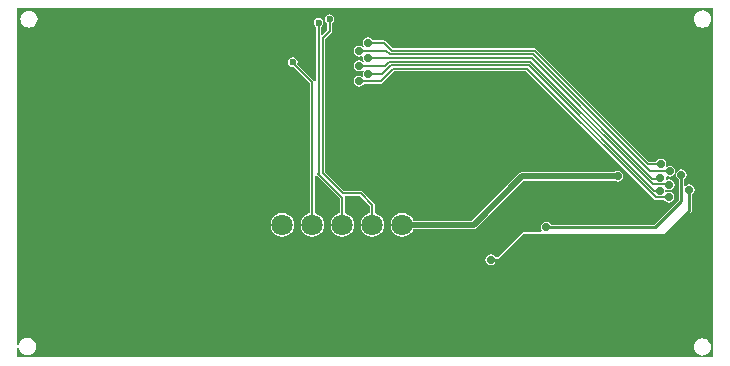
<source format=gbl>
G04*
G04 #@! TF.GenerationSoftware,Altium Limited,Altium Designer,25.2.1 (25)*
G04*
G04 Layer_Physical_Order=2*
G04 Layer_Color=16711680*
%FSLAX44Y44*%
%MOMM*%
G71*
G04*
G04 #@! TF.SameCoordinates,08FEDEBF-EFD6-4BB9-9F50-9E33F9D93CBE*
G04*
G04*
G04 #@! TF.FilePolarity,Positive*
G04*
G01*
G75*
%ADD13C,0.2540*%
%ADD51C,0.5000*%
%ADD52C,0.2000*%
%ADD55C,1.8000*%
%ADD56C,0.7000*%
%ADD57C,0.6000*%
G36*
X590485Y1403D02*
X1657D01*
Y9495D01*
X2927Y9579D01*
X3047Y8667D01*
X3777Y6904D01*
X4940Y5389D01*
X6454Y4227D01*
X8218Y3496D01*
X10110Y3247D01*
X12003Y3496D01*
X13766Y4227D01*
X15281Y5389D01*
X16443Y6904D01*
X17174Y8667D01*
X17423Y10560D01*
X17174Y12452D01*
X16443Y14216D01*
X15281Y15731D01*
X13766Y16893D01*
X12003Y17623D01*
X10110Y17872D01*
X8218Y17623D01*
X6454Y16893D01*
X4940Y15731D01*
X3777Y14216D01*
X3047Y12452D01*
X2927Y11541D01*
X1657Y11624D01*
Y297047D01*
X590485D01*
Y1403D01*
D02*
G37*
%LPC*%
G36*
X581780Y295033D02*
X579887Y294783D01*
X578124Y294053D01*
X576609Y292891D01*
X575447Y291376D01*
X574716Y289613D01*
X574467Y287720D01*
X574716Y285827D01*
X575447Y284064D01*
X576609Y282549D01*
X578124Y281387D01*
X579887Y280657D01*
X581780Y280408D01*
X583672Y280657D01*
X585436Y281387D01*
X586951Y282549D01*
X588113Y284064D01*
X588843Y285827D01*
X589092Y287720D01*
X588843Y289613D01*
X588113Y291376D01*
X586951Y292891D01*
X585436Y294053D01*
X583672Y294783D01*
X581780Y295033D01*
D02*
G37*
G36*
X11390Y294993D02*
X9497Y294743D01*
X7734Y294013D01*
X6219Y292851D01*
X5057Y291336D01*
X4326Y289573D01*
X4077Y287680D01*
X4326Y285787D01*
X5057Y284024D01*
X6219Y282509D01*
X7734Y281347D01*
X9497Y280617D01*
X11390Y280367D01*
X13283Y280617D01*
X15046Y281347D01*
X16561Y282509D01*
X17723Y284024D01*
X18453Y285787D01*
X18702Y287680D01*
X18453Y289573D01*
X17723Y291336D01*
X16561Y292851D01*
X15046Y294013D01*
X13283Y294743D01*
X11390Y294993D01*
D02*
G37*
G36*
X265930Y291728D02*
X264369Y291418D01*
X263046Y290534D01*
X262162Y289211D01*
X261852Y287650D01*
X262162Y286089D01*
X263046Y284766D01*
X263891Y284202D01*
Y278134D01*
X259932Y274176D01*
X258759Y274662D01*
Y281292D01*
X259604Y281856D01*
X260488Y283179D01*
X260798Y284740D01*
X260488Y286301D01*
X259604Y287624D01*
X258281Y288508D01*
X256720Y288818D01*
X255159Y288508D01*
X253836Y287624D01*
X252952Y286301D01*
X252642Y284740D01*
X252952Y283179D01*
X253836Y281856D01*
X254681Y281292D01*
Y234826D01*
X253411Y234701D01*
X253338Y235067D01*
X252896Y235728D01*
X252896Y235728D01*
X238697Y249927D01*
X238958Y251240D01*
X238648Y252801D01*
X237764Y254124D01*
X236441Y255008D01*
X234880Y255318D01*
X233319Y255008D01*
X231996Y254124D01*
X231112Y252801D01*
X230802Y251240D01*
X231112Y249679D01*
X231996Y248356D01*
X233319Y247472D01*
X234880Y247162D01*
X235559Y247297D01*
X249415Y233441D01*
Y123356D01*
X248843Y123281D01*
X246411Y122273D01*
X244322Y120670D01*
X242719Y118581D01*
X241711Y116149D01*
X241368Y113538D01*
X241711Y110927D01*
X242719Y108495D01*
X244322Y106406D01*
X246411Y104803D01*
X248843Y103795D01*
X251454Y103452D01*
X254065Y103795D01*
X256497Y104803D01*
X258586Y106406D01*
X260189Y108495D01*
X261197Y110927D01*
X261540Y113538D01*
X261197Y116149D01*
X260189Y118581D01*
X258586Y120670D01*
X256497Y122273D01*
X254065Y123281D01*
X253493Y123356D01*
Y155185D01*
X254763Y155570D01*
X254938Y155308D01*
X274815Y135431D01*
Y123356D01*
X274244Y123281D01*
X271811Y122273D01*
X269722Y120670D01*
X268119Y118581D01*
X267111Y116149D01*
X266768Y113538D01*
X267111Y110927D01*
X268119Y108495D01*
X269722Y106406D01*
X271811Y104803D01*
X274244Y103795D01*
X276854Y103452D01*
X279464Y103795D01*
X281897Y104803D01*
X283986Y106406D01*
X285589Y108495D01*
X286597Y110927D01*
X286940Y113538D01*
X286597Y116149D01*
X285589Y118581D01*
X283986Y120670D01*
X281897Y122273D01*
X279464Y123281D01*
X278893Y123356D01*
Y136276D01*
X278893Y136276D01*
X278785Y136821D01*
X279237Y137673D01*
X279574Y138091D01*
X291825D01*
X300215Y129701D01*
Y123356D01*
X299643Y123281D01*
X297211Y122273D01*
X295122Y120670D01*
X293519Y118581D01*
X292511Y116149D01*
X292168Y113538D01*
X292511Y110927D01*
X293519Y108495D01*
X295122Y106406D01*
X297211Y104803D01*
X299643Y103795D01*
X302254Y103452D01*
X304865Y103795D01*
X307297Y104803D01*
X309386Y106406D01*
X310989Y108495D01*
X311997Y110927D01*
X312340Y113538D01*
X311997Y116149D01*
X310989Y118581D01*
X309386Y120670D01*
X307297Y122273D01*
X304865Y123281D01*
X304293Y123356D01*
Y130546D01*
X304138Y131326D01*
X303696Y131988D01*
X294112Y141572D01*
X293450Y142014D01*
X292670Y142169D01*
X278095D01*
X262079Y158184D01*
Y270555D01*
X267372Y275848D01*
X267814Y276509D01*
X267969Y277290D01*
X267969Y277290D01*
Y284202D01*
X268814Y284766D01*
X269698Y286089D01*
X270008Y287650D01*
X269698Y289211D01*
X268814Y290534D01*
X267491Y291418D01*
X265930Y291728D01*
D02*
G37*
G36*
X298686Y272212D02*
X296930Y271863D01*
X295441Y270868D01*
X294447Y269380D01*
X294098Y267624D01*
X294447Y265868D01*
X295309Y264578D01*
X295124Y263735D01*
X294876Y263230D01*
X294657Y263197D01*
X294244Y263814D01*
X292756Y264809D01*
X291000Y265158D01*
X289244Y264809D01*
X287756Y263814D01*
X286761Y262326D01*
X286412Y260570D01*
X286761Y258814D01*
X287756Y257326D01*
X289244Y256331D01*
X291000Y255982D01*
X292756Y256331D01*
X293163Y256603D01*
X294306Y255840D01*
X294098Y254790D01*
X294447Y253034D01*
X294770Y252551D01*
X293854Y251635D01*
X292756Y252369D01*
X291000Y252718D01*
X289244Y252369D01*
X287756Y251374D01*
X286761Y249886D01*
X286412Y248130D01*
X286761Y246374D01*
X287756Y244886D01*
X289244Y243891D01*
X291000Y243542D01*
X292756Y243891D01*
X294244Y244886D01*
X295212Y244121D01*
X294447Y242976D01*
X294098Y241220D01*
X294391Y239744D01*
X293684Y239070D01*
X293362Y238904D01*
X292756Y239309D01*
X291000Y239658D01*
X289244Y239309D01*
X287756Y238314D01*
X286761Y236826D01*
X286412Y235070D01*
X286761Y233314D01*
X287756Y231826D01*
X289244Y230831D01*
X291000Y230482D01*
X292756Y230831D01*
X294244Y231826D01*
X295050Y233031D01*
X309330D01*
X310110Y233186D01*
X310772Y233628D01*
X320895Y243751D01*
X432486D01*
X540833Y135404D01*
X540833Y135404D01*
X541494Y134962D01*
X542275Y134806D01*
X549092D01*
X549896Y133604D01*
X551385Y132609D01*
X553140Y132260D01*
X554896Y132609D01*
X556385Y133604D01*
X557379Y135092D01*
X557729Y136848D01*
X557379Y138604D01*
X556385Y140092D01*
X554896Y141087D01*
X553140Y141436D01*
X551385Y141087D01*
X551367Y141075D01*
X550319Y141726D01*
X550335Y142818D01*
X551378Y143456D01*
X551844Y143145D01*
X553600Y142795D01*
X555356Y143145D01*
X556844Y144139D01*
X557839Y145628D01*
X558188Y147384D01*
X557839Y149139D01*
X556844Y150628D01*
X555356Y151622D01*
X553600Y151972D01*
X551844Y151622D01*
X551577Y151444D01*
X550434Y152208D01*
X550663Y153357D01*
X550540Y153976D01*
X551683Y154740D01*
X552114Y154451D01*
X553870Y154102D01*
X555626Y154451D01*
X557114Y155446D01*
X558109Y156934D01*
X558458Y158690D01*
X558109Y160446D01*
X557114Y161934D01*
X555626Y162929D01*
X553870Y163278D01*
X552114Y162929D01*
X552039Y162879D01*
X550896Y163643D01*
X551128Y164810D01*
X550779Y166566D01*
X549784Y168054D01*
X548296Y169049D01*
X546540Y169398D01*
X544784Y169049D01*
X543296Y168054D01*
X542490Y166849D01*
X536368D01*
X440985Y262232D01*
X440324Y262674D01*
X439543Y262829D01*
X319655D01*
X313418Y269066D01*
X312756Y269508D01*
X311976Y269663D01*
X302735D01*
X301930Y270868D01*
X300441Y271863D01*
X298686Y272212D01*
D02*
G37*
G36*
X509890Y159118D02*
X508134Y158769D01*
X507131Y158099D01*
X428820D01*
X427454Y157827D01*
X426297Y157053D01*
X386350Y117107D01*
X337000D01*
X336389Y118581D01*
X334786Y120670D01*
X332697Y122273D01*
X330265Y123281D01*
X327654Y123624D01*
X325043Y123281D01*
X322611Y122273D01*
X320522Y120670D01*
X318919Y118581D01*
X317911Y116149D01*
X317568Y113538D01*
X317911Y110927D01*
X318919Y108495D01*
X320522Y106406D01*
X322611Y104803D01*
X325043Y103795D01*
X327654Y103452D01*
X330265Y103795D01*
X332697Y104803D01*
X334786Y106406D01*
X336389Y108495D01*
X337000Y109970D01*
X387828D01*
X389194Y110241D01*
X390351Y111015D01*
X430298Y150962D01*
X507131D01*
X508134Y150291D01*
X509890Y149942D01*
X511646Y150291D01*
X513134Y151286D01*
X514129Y152774D01*
X514478Y154530D01*
X514129Y156286D01*
X513134Y157774D01*
X511646Y158769D01*
X509890Y159118D01*
D02*
G37*
G36*
X563840Y160598D02*
X562084Y160249D01*
X560596Y159254D01*
X559601Y157766D01*
X559252Y156010D01*
X559601Y154254D01*
X560596Y152766D01*
X561525Y152144D01*
Y134789D01*
X540451Y113714D01*
X453529D01*
X452754Y114874D01*
X451266Y115869D01*
X449510Y116218D01*
X447754Y115869D01*
X446266Y114874D01*
X445271Y113386D01*
X444922Y111630D01*
X445271Y109874D01*
X445922Y108899D01*
X445285Y107629D01*
X430725D01*
X429839Y107453D01*
X429089Y106952D01*
X408502Y86365D01*
X406436D01*
X405815Y87295D01*
X404326Y88289D01*
X402570Y88638D01*
X400814Y88289D01*
X399326Y87295D01*
X398331Y85806D01*
X397982Y84050D01*
X398331Y82294D01*
X399326Y80806D01*
X400814Y79811D01*
X402570Y79462D01*
X404326Y79811D01*
X405815Y80806D01*
X406436Y81736D01*
X409460D01*
X410346Y81912D01*
X411097Y82414D01*
X431684Y103001D01*
X550285D01*
X551171Y103177D01*
X551922Y103679D01*
X572257Y124013D01*
X572758Y124764D01*
X572935Y125650D01*
Y139544D01*
X573865Y140166D01*
X574859Y141654D01*
X575208Y143410D01*
X574859Y145166D01*
X573865Y146654D01*
X572376Y147649D01*
X570620Y147998D01*
X568864Y147649D01*
X567424Y146687D01*
X567138Y146743D01*
X566154Y147112D01*
Y152144D01*
X567084Y152766D01*
X568079Y154254D01*
X568428Y156010D01*
X568079Y157766D01*
X567084Y159254D01*
X565596Y160249D01*
X563840Y160598D01*
D02*
G37*
G36*
X226054Y123624D02*
X223444Y123281D01*
X221011Y122273D01*
X218922Y120670D01*
X217319Y118581D01*
X216311Y116149D01*
X215968Y113538D01*
X216311Y110927D01*
X217319Y108495D01*
X218922Y106406D01*
X221011Y104803D01*
X223444Y103795D01*
X226054Y103452D01*
X228664Y103795D01*
X231097Y104803D01*
X233186Y106406D01*
X234789Y108495D01*
X235797Y110927D01*
X236140Y113538D01*
X235797Y116149D01*
X234789Y118581D01*
X233186Y120670D01*
X231097Y122273D01*
X228664Y123281D01*
X226054Y123624D01*
D02*
G37*
G36*
X581450Y17473D02*
X579558Y17223D01*
X577794Y16493D01*
X576279Y15331D01*
X575117Y13816D01*
X574387Y12053D01*
X574138Y10160D01*
X574387Y8267D01*
X575117Y6504D01*
X576279Y4989D01*
X577794Y3827D01*
X579558Y3097D01*
X581450Y2848D01*
X583343Y3097D01*
X585107Y3827D01*
X586621Y4989D01*
X587783Y6504D01*
X588514Y8267D01*
X588763Y10160D01*
X588514Y12053D01*
X587783Y13816D01*
X586621Y15331D01*
X585107Y16493D01*
X583343Y17223D01*
X581450Y17473D01*
D02*
G37*
%LPD*%
D13*
X449510Y111400D02*
X541410D01*
X449510D02*
X541410D01*
X449510D02*
X541410D01*
X563840Y133830D01*
Y156010D01*
X570620Y125650D02*
Y143410D01*
X550285Y105315D02*
X570620Y125650D01*
X430725Y105315D02*
X550285D01*
X402570Y84050D02*
X409460D01*
X430725Y105315D01*
X449510Y111400D02*
Y111630D01*
D51*
X428820Y154530D02*
X509890D01*
X387828Y113538D02*
X428820Y154530D01*
X327654Y113538D02*
X387828D01*
D52*
X318810Y260790D02*
X439543D01*
X311976Y267624D02*
X318810Y260790D01*
X298686Y267624D02*
X311976D01*
X316780Y257790D02*
X438301D01*
X314000Y260570D02*
X316780Y257790D01*
X291000Y260570D02*
X314000D01*
X439543Y260790D02*
X535523Y164810D01*
X438301Y257790D02*
X537234Y158857D01*
X433331Y245790D02*
X542275Y136846D01*
X320050Y245790D02*
X433331D01*
X309330Y235070D02*
X320050Y245790D01*
X434573Y248790D02*
X541017Y142346D01*
X317740Y248790D02*
X434573D01*
X310170Y241220D02*
X317740Y248790D01*
X435816Y251790D02*
X539760Y147846D01*
X316497Y251790D02*
X435816D01*
X312838Y248130D02*
X316497Y251790D01*
X437058Y254790D02*
X539208Y152640D01*
X298686Y254790D02*
X437058D01*
X291000Y248130D02*
X312838D01*
X553140Y136848D02*
X553600Y137307D01*
X553138Y136846D02*
X553140Y136848D01*
X291000Y235070D02*
X309330D01*
X298686Y241220D02*
X310170D01*
X535523Y164810D02*
X546540D01*
X537234Y158857D02*
X553704D01*
X553870Y158690D01*
X553136Y147848D02*
X553600Y147384D01*
X541017Y142346D02*
X545622D01*
X545625Y142348D01*
X543346Y147848D02*
X553136D01*
X539760Y147846D02*
X543344D01*
X543346Y147848D01*
X542275Y136846D02*
X553138D01*
X539208Y152640D02*
X542544D01*
X260040Y271400D02*
X265930Y277290D01*
Y287650D01*
X256720Y157090D02*
Y284740D01*
X256380Y156750D02*
X256720Y157090D01*
X256380Y156750D02*
X276854Y136276D01*
X292670Y140130D02*
X302254Y130546D01*
X277250Y140130D02*
X292670D01*
X260040Y157340D02*
X277250Y140130D01*
X260040Y157340D02*
Y271400D01*
X276854Y113538D02*
Y136276D01*
X234880Y250860D02*
Y251240D01*
Y250860D02*
X251454Y234286D01*
X302254Y113538D02*
Y130546D01*
X251454Y113538D02*
Y234286D01*
D55*
X226054Y113538D02*
D03*
X251454D02*
D03*
X327654D02*
D03*
X302254D02*
D03*
X276854D02*
D03*
X200654D02*
D03*
D56*
X553870Y158690D02*
D03*
X546540Y164810D02*
D03*
X546075Y153357D02*
D03*
X545625Y142348D02*
D03*
X509890Y154530D02*
D03*
X563840Y156010D02*
D03*
X570620Y143410D02*
D03*
X291000Y235070D02*
D03*
X298686Y241220D02*
D03*
X291000Y248130D02*
D03*
X298686Y254790D02*
D03*
Y267624D02*
D03*
X291000Y260570D02*
D03*
X553600Y147384D02*
D03*
X449510Y111630D02*
D03*
X553140Y136848D02*
D03*
X402570Y84050D02*
D03*
X165124Y186998D02*
D03*
X45124Y26998D02*
D03*
X125124Y266998D02*
D03*
X43624Y96488D02*
D03*
X325124Y266998D02*
D03*
X165124Y26998D02*
D03*
X429654Y198158D02*
D03*
X325124Y26998D02*
D03*
X192754Y71588D02*
D03*
X145124Y146998D02*
D03*
X345124Y226998D02*
D03*
X145124D02*
D03*
X212144Y92078D02*
D03*
X145124Y66998D02*
D03*
X245124Y186998D02*
D03*
X204224Y213418D02*
D03*
X45124Y266998D02*
D03*
X285124Y26998D02*
D03*
X156744Y265558D02*
D03*
X405204Y158948D02*
D03*
X358924Y16388D02*
D03*
X425124Y226998D02*
D03*
X329324Y181868D02*
D03*
X537624Y272008D02*
D03*
X304964Y71268D02*
D03*
X65124Y226998D02*
D03*
X280464Y93048D02*
D03*
X516234Y264878D02*
D03*
X275684Y214248D02*
D03*
X65124Y66998D02*
D03*
X230624Y135838D02*
D03*
X205124Y26998D02*
D03*
X91334Y97198D02*
D03*
X360624Y130008D02*
D03*
X45124Y186998D02*
D03*
X385124Y226998D02*
D03*
X125124Y26998D02*
D03*
X205124Y186998D02*
D03*
X394714Y14678D02*
D03*
X316584Y132738D02*
D03*
X283924Y157578D02*
D03*
X445124Y266998D02*
D03*
X234854Y74278D02*
D03*
X385124Y146998D02*
D03*
X565124Y26998D02*
D03*
X245124D02*
D03*
X483134Y280158D02*
D03*
X361764Y82848D02*
D03*
X365124Y266998D02*
D03*
X525124Y26998D02*
D03*
X405124Y186998D02*
D03*
X243504Y92078D02*
D03*
X320664Y209878D02*
D03*
X405124Y266998D02*
D03*
X147024Y100508D02*
D03*
X305124Y226998D02*
D03*
X105124Y66998D02*
D03*
X203394Y134868D02*
D03*
X95274Y264908D02*
D03*
X585124Y146998D02*
D03*
X365124Y186998D02*
D03*
X312014Y158438D02*
D03*
X268404Y73008D02*
D03*
X553214Y46498D02*
D03*
X125124Y186998D02*
D03*
X345124Y146998D02*
D03*
D57*
X265930Y287650D02*
D03*
X256720Y284740D02*
D03*
X234880Y251240D02*
D03*
M02*

</source>
